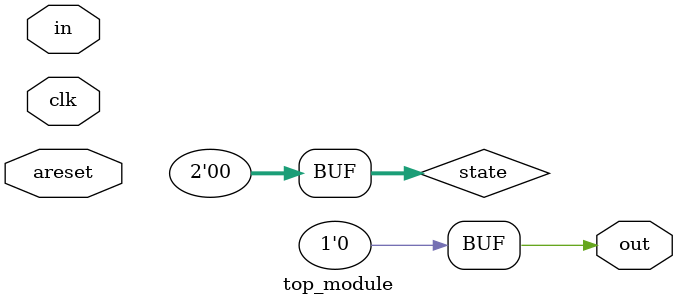
<source format=sv>
module top_module (
    input clk,
    input in,
    input areset,
    output reg out
);

    // Define the states
    localparam [1:0] A = 2'b00, B = 2'b01, C = 2'b10, D = 2'b11;

    // Declare the state register
    reg [1:0] state;

    // Next state logic
    always @(*) begin
        case (state)
            A: begin
                if (in) state = B;
                else state = A;
            end
            B: begin
                if (in) state = B;
                else state = C;
            end
            C: begin
                if (in) state = D;
                else state = A;
            end
            D: begin
                if (in) state = B;
                else state = C;
            end
            default: state = A;
        endcase
    end

    // Output logic
    always @(*) begin
        out = (state == D);
    end

    // State register update
    always @(posedge clk or posedge areset) begin
        if (areset)
            state <= A;
        else
            state <= state;
    end

endmodule

</source>
